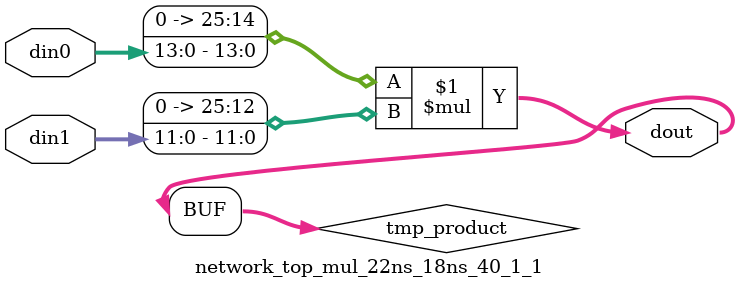
<source format=v>

`timescale 1 ns / 1 ps

  module network_top_mul_22ns_18ns_40_1_1(din0, din1, dout);
parameter ID = 1;
parameter NUM_STAGE = 0;
parameter din0_WIDTH = 14;
parameter din1_WIDTH = 12;
parameter dout_WIDTH = 26;

input [din0_WIDTH - 1 : 0] din0; 
input [din1_WIDTH - 1 : 0] din1; 
output [dout_WIDTH - 1 : 0] dout;

wire signed [dout_WIDTH - 1 : 0] tmp_product;










assign tmp_product = $signed({1'b0, din0}) * $signed({1'b0, din1});











assign dout = tmp_product;







endmodule

</source>
